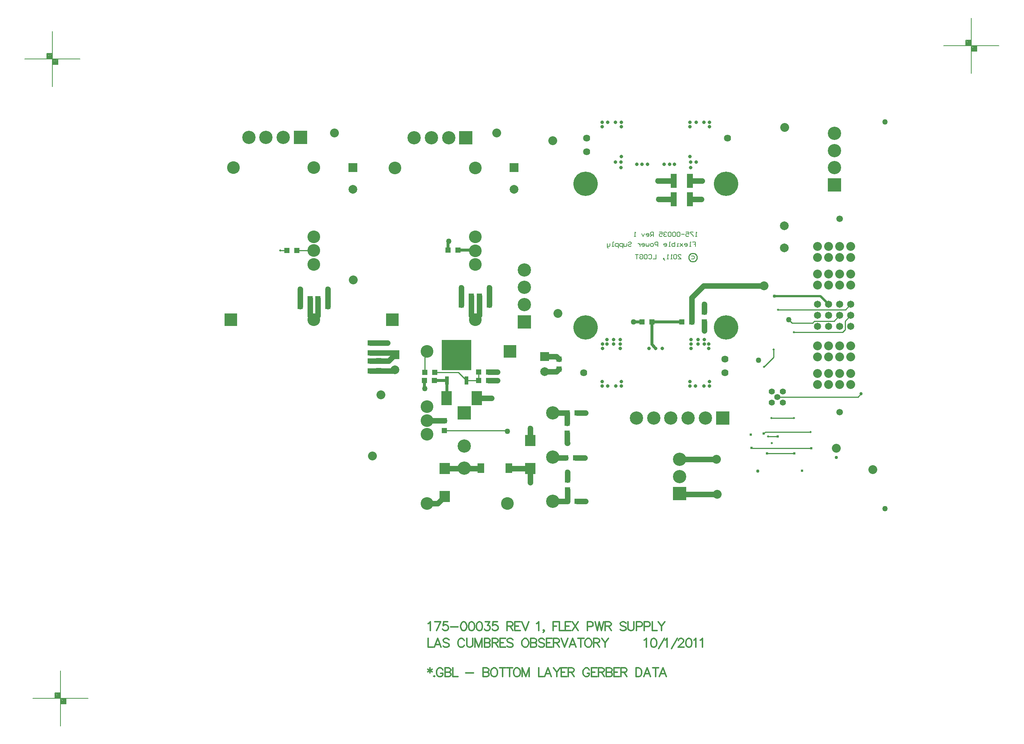
<source format=gbl>
%FSLAX23Y23*%
%MOIN*%
G70*
G01*
G75*
G04 Layer_Physical_Order=5*
G04 Layer_Color=16711680*
%ADD10O,0.024X0.079*%
%ADD11R,0.036X0.036*%
%ADD12O,0.014X0.067*%
%ADD13R,0.059X0.039*%
%ADD14R,0.050X0.050*%
%ADD15C,0.010*%
%ADD16C,0.020*%
%ADD17C,0.012*%
%ADD18C,0.008*%
%ADD19C,0.012*%
%ADD20C,0.012*%
%ADD21C,0.032*%
%ADD22C,0.233*%
%ADD23C,0.220*%
%ADD24C,0.064*%
%ADD25C,0.020*%
%ADD26C,0.115*%
%ADD27R,0.115X0.115*%
%ADD28C,0.079*%
%ADD29C,0.080*%
%ADD30C,0.065*%
%ADD31C,0.059*%
%ADD32C,0.055*%
%ADD33R,0.120X0.120*%
%ADD34C,0.120*%
%ADD35R,0.120X0.120*%
%ADD36R,0.079X0.079*%
%ADD37C,0.050*%
%ADD38C,0.024*%
%ADD39C,0.030*%
%ADD40C,0.040*%
%ADD41C,0.072*%
%ADD42C,0.056*%
%ADD43C,0.206*%
%ADD44C,0.104*%
%ADD45C,0.118*%
G04:AMPARAMS|DCode=46|XSize=138mil|YSize=138mil|CornerRadius=0mil|HoleSize=0mil|Usage=FLASHONLY|Rotation=0.000|XOffset=0mil|YOffset=0mil|HoleType=Round|Shape=Relief|Width=10mil|Gap=10mil|Entries=4|*
%AMTHD46*
7,0,0,0.138,0.118,0.010,45*
%
%ADD46THD46*%
G04:AMPARAMS|DCode=47|XSize=107.244mil|YSize=107.244mil|CornerRadius=0mil|HoleSize=0mil|Usage=FLASHONLY|Rotation=0.000|XOffset=0mil|YOffset=0mil|HoleType=Round|Shape=Relief|Width=10mil|Gap=10mil|Entries=4|*
%AMTHD47*
7,0,0,0.107,0.087,0.010,45*
%
%ADD47THD47*%
G04:AMPARAMS|DCode=48|XSize=112mil|YSize=112mil|CornerRadius=0mil|HoleSize=0mil|Usage=FLASHONLY|Rotation=0.000|XOffset=0mil|YOffset=0mil|HoleType=Round|Shape=Relief|Width=10mil|Gap=10mil|Entries=4|*
%AMTHD48*
7,0,0,0.112,0.092,0.010,45*
%
%ADD48THD48*%
%ADD49C,0.092*%
%ADD50C,0.190*%
%ADD51C,0.073*%
%ADD52C,0.110*%
%ADD53C,0.087*%
G04:AMPARAMS|DCode=54|XSize=130mil|YSize=130mil|CornerRadius=0mil|HoleSize=0mil|Usage=FLASHONLY|Rotation=0.000|XOffset=0mil|YOffset=0mil|HoleType=Round|Shape=Relief|Width=10mil|Gap=10mil|Entries=4|*
%AMTHD54*
7,0,0,0.130,0.110,0.010,45*
%
%ADD54THD54*%
%ADD55C,0.150*%
%ADD56C,0.068*%
G04:AMPARAMS|DCode=57|XSize=88mil|YSize=88mil|CornerRadius=0mil|HoleSize=0mil|Usage=FLASHONLY|Rotation=0.000|XOffset=0mil|YOffset=0mil|HoleType=Round|Shape=Relief|Width=10mil|Gap=10mil|Entries=4|*
%AMTHD57*
7,0,0,0.088,0.068,0.010,45*
%
%ADD57THD57*%
%ADD58C,0.055*%
G04:AMPARAMS|DCode=59|XSize=100mil|YSize=100mil|CornerRadius=0mil|HoleSize=0mil|Usage=FLASHONLY|Rotation=0.000|XOffset=0mil|YOffset=0mil|HoleType=Round|Shape=Relief|Width=10mil|Gap=10mil|Entries=4|*
%AMTHD59*
7,0,0,0.100,0.080,0.010,45*
%
%ADD59THD59*%
G04:AMPARAMS|DCode=60|XSize=93.465mil|YSize=93.465mil|CornerRadius=0mil|HoleSize=0mil|Usage=FLASHONLY|Rotation=0.000|XOffset=0mil|YOffset=0mil|HoleType=Round|Shape=Relief|Width=10mil|Gap=10mil|Entries=4|*
%AMTHD60*
7,0,0,0.093,0.073,0.010,45*
%
%ADD60THD60*%
G04:AMPARAMS|DCode=61|XSize=70mil|YSize=70mil|CornerRadius=0mil|HoleSize=0mil|Usage=FLASHONLY|Rotation=0.000|XOffset=0mil|YOffset=0mil|HoleType=Round|Shape=Relief|Width=10mil|Gap=10mil|Entries=4|*
%AMTHD61*
7,0,0,0.070,0.050,0.010,45*
%
%ADD61THD61*%
G04:AMPARAMS|DCode=62|XSize=75mil|YSize=75mil|CornerRadius=0mil|HoleSize=0mil|Usage=FLASHONLY|Rotation=0.000|XOffset=0mil|YOffset=0mil|HoleType=Round|Shape=Relief|Width=10mil|Gap=10mil|Entries=4|*
%AMTHD62*
7,0,0,0.075,0.055,0.010,45*
%
%ADD62THD62*%
%ADD63R,0.037X0.075*%
%ADD64R,0.268X0.272*%
%ADD65R,0.094X0.102*%
%ADD66R,0.050X0.050*%
%ADD67R,0.094X0.130*%
%ADD68R,0.059X0.087*%
%ADD69R,0.055X0.130*%
%ADD70C,0.050*%
%ADD71C,0.025*%
%ADD72C,0.007*%
D14*
X49219Y32791D02*
D03*
Y32881D02*
D03*
X48624Y33496D02*
D03*
Y33586D02*
D03*
X48549Y33496D02*
D03*
Y33586D02*
D03*
Y33423D02*
D03*
Y33333D02*
D03*
X48624Y33424D02*
D03*
Y33334D02*
D03*
X50254Y33439D02*
D03*
Y33349D02*
D03*
X51569Y33776D02*
D03*
Y33866D02*
D03*
X50331Y32254D02*
D03*
Y32344D02*
D03*
X50329Y32770D02*
D03*
Y32860D02*
D03*
D15*
X51502Y34360D02*
X51501Y34369D01*
X51497Y34378D01*
X51491Y34386D01*
X51484Y34392D01*
X51475Y34396D01*
X51465Y34397D01*
X51455Y34396D01*
X51446Y34392D01*
X51438Y34386D01*
X51432Y34378D01*
X51428Y34369D01*
X51427Y34360D01*
X51428Y34350D01*
X51432Y34341D01*
X51438Y34333D01*
X51446Y34327D01*
X51455Y34323D01*
X51465Y34322D01*
X51475Y34323D01*
X51484Y34327D01*
X51491Y34333D01*
X51497Y34341D01*
X51501Y34350D01*
X51502Y34360D01*
X49782Y32791D02*
X49787Y32786D01*
X49219Y32791D02*
X49782D01*
X49624Y34085D02*
X49625Y34086D01*
X49529Y33245D02*
Y33321D01*
X49419Y33245D02*
X49529D01*
X49346Y33318D02*
X49419Y33245D01*
X49131Y33318D02*
X49346D01*
X49041Y33487D02*
X49062Y33508D01*
X49041Y33318D02*
Y33487D01*
X47734Y34421D02*
X47735Y34422D01*
X47796D01*
X47886D02*
X48038D01*
X52176Y32905D02*
X52177Y32906D01*
X52378D01*
Y33681D02*
X52817D01*
X52841Y33705D01*
Y33783D01*
X52893Y33835D01*
X52845Y33887D02*
X52893Y33935D01*
X52235Y33887D02*
X52845D01*
X52196Y33457D02*
Y33527D01*
X52107Y33368D02*
X52196Y33457D01*
X52231Y32740D02*
X52233Y32738D01*
X52146Y32740D02*
X52231D01*
X51997Y32632D02*
X52534D01*
X52136Y32584D02*
X52381D01*
X51995Y32634D02*
X51997Y32632D01*
X52135Y32585D02*
X52136Y32584D01*
X52228Y33097D02*
X52958D01*
X52986Y33126D01*
X52333Y33795D02*
X52362Y33766D01*
X52547D01*
X52563Y33782D01*
X52740D01*
X52793Y33835D01*
X52121Y32780D02*
X52529D01*
X52105Y32764D02*
X52121Y32780D01*
D16*
X52617Y34010D02*
X52693Y33935D01*
X52200Y34010D02*
X52617D01*
D17*
X49088Y30644D02*
Y30598D01*
X49069Y30633D02*
X49107Y30610D01*
Y30633D02*
X49069Y30610D01*
X49127Y30572D02*
X49123Y30568D01*
X49127Y30564D01*
X49131Y30568D01*
X49127Y30572D01*
X49205Y30625D02*
X49201Y30633D01*
X49194Y30640D01*
X49186Y30644D01*
X49171D01*
X49163Y30640D01*
X49156Y30633D01*
X49152Y30625D01*
X49148Y30614D01*
Y30594D01*
X49152Y30583D01*
X49156Y30575D01*
X49163Y30568D01*
X49171Y30564D01*
X49186D01*
X49194Y30568D01*
X49201Y30575D01*
X49205Y30583D01*
Y30594D01*
X49186D02*
X49205D01*
X49224Y30644D02*
Y30564D01*
Y30644D02*
X49258D01*
X49269Y30640D01*
X49273Y30636D01*
X49277Y30629D01*
Y30621D01*
X49273Y30614D01*
X49269Y30610D01*
X49258Y30606D01*
X49224D02*
X49258D01*
X49269Y30602D01*
X49273Y30598D01*
X49277Y30591D01*
Y30579D01*
X49273Y30572D01*
X49269Y30568D01*
X49258Y30564D01*
X49224D01*
X49295Y30644D02*
Y30564D01*
X49340D01*
X49412Y30598D02*
X49481D01*
X49567Y30644D02*
Y30564D01*
Y30644D02*
X49601D01*
X49613Y30640D01*
X49617Y30636D01*
X49620Y30629D01*
Y30621D01*
X49617Y30614D01*
X49613Y30610D01*
X49601Y30606D01*
X49567D02*
X49601D01*
X49613Y30602D01*
X49617Y30598D01*
X49620Y30591D01*
Y30579D01*
X49617Y30572D01*
X49613Y30568D01*
X49601Y30564D01*
X49567D01*
X49661Y30644D02*
X49654Y30640D01*
X49646Y30633D01*
X49642Y30625D01*
X49638Y30614D01*
Y30594D01*
X49642Y30583D01*
X49646Y30575D01*
X49654Y30568D01*
X49661Y30564D01*
X49676D01*
X49684Y30568D01*
X49692Y30575D01*
X49695Y30583D01*
X49699Y30594D01*
Y30614D01*
X49695Y30625D01*
X49692Y30633D01*
X49684Y30640D01*
X49676Y30644D01*
X49661D01*
X49745D02*
Y30564D01*
X49718Y30644D02*
X49771D01*
X49807D02*
Y30564D01*
X49781Y30644D02*
X49834D01*
X49866D02*
X49859Y30640D01*
X49851Y30633D01*
X49847Y30625D01*
X49844Y30614D01*
Y30594D01*
X49847Y30583D01*
X49851Y30575D01*
X49859Y30568D01*
X49866Y30564D01*
X49882D01*
X49889Y30568D01*
X49897Y30575D01*
X49901Y30583D01*
X49905Y30594D01*
Y30614D01*
X49901Y30625D01*
X49897Y30633D01*
X49889Y30640D01*
X49882Y30644D01*
X49866D01*
X49923D02*
Y30564D01*
Y30644D02*
X49954Y30564D01*
X49984Y30644D02*
X49954Y30564D01*
X49984Y30644D02*
Y30564D01*
X50070Y30644D02*
Y30564D01*
X50116D01*
X50185D02*
X50155Y30644D01*
X50124Y30564D01*
X50136Y30591D02*
X50174D01*
X50204Y30644D02*
X50234Y30606D01*
Y30564D01*
X50265Y30644D02*
X50234Y30606D01*
X50325Y30644D02*
X50275D01*
Y30564D01*
X50325D01*
X50275Y30606D02*
X50306D01*
X50338Y30644D02*
Y30564D01*
Y30644D02*
X50372D01*
X50384Y30640D01*
X50388Y30636D01*
X50391Y30629D01*
Y30621D01*
X50388Y30614D01*
X50384Y30610D01*
X50372Y30606D01*
X50338D01*
X50365D02*
X50391Y30564D01*
X50529Y30625D02*
X50525Y30633D01*
X50518Y30640D01*
X50510Y30644D01*
X50495D01*
X50487Y30640D01*
X50480Y30633D01*
X50476Y30625D01*
X50472Y30614D01*
Y30594D01*
X50476Y30583D01*
X50480Y30575D01*
X50487Y30568D01*
X50495Y30564D01*
X50510D01*
X50518Y30568D01*
X50525Y30575D01*
X50529Y30583D01*
Y30594D01*
X50510D02*
X50529D01*
X50597Y30644D02*
X50547D01*
Y30564D01*
X50597D01*
X50547Y30606D02*
X50578D01*
X50610Y30644D02*
Y30564D01*
Y30644D02*
X50645D01*
X50656Y30640D01*
X50660Y30636D01*
X50664Y30629D01*
Y30621D01*
X50660Y30614D01*
X50656Y30610D01*
X50645Y30606D01*
X50610D01*
X50637D02*
X50664Y30564D01*
X50682Y30644D02*
Y30564D01*
Y30644D02*
X50716D01*
X50727Y30640D01*
X50731Y30636D01*
X50735Y30629D01*
Y30621D01*
X50731Y30614D01*
X50727Y30610D01*
X50716Y30606D01*
X50682D02*
X50716D01*
X50727Y30602D01*
X50731Y30598D01*
X50735Y30591D01*
Y30579D01*
X50731Y30572D01*
X50727Y30568D01*
X50716Y30564D01*
X50682D01*
X50802Y30644D02*
X50753D01*
Y30564D01*
X50802D01*
X50753Y30606D02*
X50783D01*
X50816Y30644D02*
Y30564D01*
Y30644D02*
X50850D01*
X50861Y30640D01*
X50865Y30636D01*
X50869Y30629D01*
Y30621D01*
X50865Y30614D01*
X50861Y30610D01*
X50850Y30606D01*
X50816D01*
X50842D02*
X50869Y30564D01*
X50950Y30644D02*
Y30564D01*
Y30644D02*
X50976D01*
X50988Y30640D01*
X50995Y30633D01*
X50999Y30625D01*
X51003Y30614D01*
Y30594D01*
X50999Y30583D01*
X50995Y30575D01*
X50988Y30568D01*
X50976Y30564D01*
X50950D01*
X51082D02*
X51051Y30644D01*
X51021Y30564D01*
X51032Y30591D02*
X51070D01*
X51127Y30644D02*
Y30564D01*
X51100Y30644D02*
X51154D01*
X51224Y30564D02*
X51194Y30644D01*
X51163Y30564D01*
X51175Y30591D02*
X51213D01*
D18*
X45497Y30370D02*
X45997D01*
X45747Y30120D02*
Y30620D01*
X45697Y30370D02*
Y30420D01*
X45747D01*
X45797Y30320D02*
Y30370D01*
X45747Y30320D02*
X45797D01*
X45752Y30365D02*
X45792D01*
Y30325D02*
Y30365D01*
X45752Y30325D02*
X45792D01*
X45752D02*
Y30365D01*
X45757Y30360D02*
X45787D01*
Y30330D02*
Y30360D01*
X45757Y30330D02*
X45787D01*
X45757D02*
Y30355D01*
X45762D02*
X45782D01*
Y30335D02*
Y30355D01*
X45762Y30335D02*
X45782D01*
X45762D02*
Y30350D01*
X45767D02*
X45777D01*
Y30340D02*
Y30350D01*
X45767Y30340D02*
X45777D01*
X45767D02*
Y30350D01*
Y30345D02*
X45777D01*
X45702Y30415D02*
X45742D01*
Y30375D02*
Y30415D01*
X45702Y30375D02*
X45742D01*
X45702D02*
Y30415D01*
X45707Y30410D02*
X45737D01*
Y30380D02*
Y30410D01*
X45707Y30380D02*
X45737D01*
X45707D02*
Y30405D01*
X45712D02*
X45732D01*
Y30385D02*
Y30405D01*
X45712Y30385D02*
X45732D01*
X45712D02*
Y30400D01*
X45717D02*
X45727D01*
Y30390D02*
Y30400D01*
X45717Y30390D02*
X45727D01*
X45717D02*
Y30400D01*
Y30395D02*
X45727D01*
X45426Y36157D02*
X45926D01*
X45676Y35907D02*
Y36407D01*
X45626Y36157D02*
Y36207D01*
X45676D01*
X45726Y36107D02*
Y36157D01*
X45676Y36107D02*
X45726D01*
X45681Y36152D02*
X45721D01*
Y36112D02*
Y36152D01*
X45681Y36112D02*
X45721D01*
X45681D02*
Y36152D01*
X45686Y36147D02*
X45716D01*
Y36117D02*
Y36147D01*
X45686Y36117D02*
X45716D01*
X45686D02*
Y36142D01*
X45691D02*
X45711D01*
Y36122D02*
Y36142D01*
X45691Y36122D02*
X45711D01*
X45691D02*
Y36137D01*
X45696D02*
X45706D01*
Y36127D02*
Y36137D01*
X45696Y36127D02*
X45706D01*
X45696D02*
Y36137D01*
Y36132D02*
X45706D01*
X45631Y36202D02*
X45671D01*
Y36162D02*
Y36202D01*
X45631Y36162D02*
X45671D01*
X45631D02*
Y36202D01*
X45636Y36197D02*
X45666D01*
Y36167D02*
Y36197D01*
X45636Y36167D02*
X45666D01*
X45636D02*
Y36192D01*
X45641D02*
X45661D01*
Y36172D02*
Y36192D01*
X45641Y36172D02*
X45661D01*
X45641D02*
Y36187D01*
X45646D02*
X45656D01*
Y36177D02*
Y36187D01*
X45646Y36177D02*
X45656D01*
X45646D02*
Y36187D01*
Y36182D02*
X45656D01*
X53733Y36275D02*
X54233D01*
X53983Y36025D02*
Y36525D01*
X53933Y36275D02*
Y36325D01*
X53983D01*
X54033Y36225D02*
Y36275D01*
X53983Y36225D02*
X54033D01*
X53988Y36270D02*
X54028D01*
Y36230D02*
Y36270D01*
X53988Y36230D02*
X54028D01*
X53988D02*
Y36270D01*
X53993Y36265D02*
X54023D01*
Y36235D02*
Y36265D01*
X53993Y36235D02*
X54023D01*
X53993D02*
Y36260D01*
X53998D02*
X54018D01*
Y36240D02*
Y36260D01*
X53998Y36240D02*
X54018D01*
X53998D02*
Y36255D01*
X54003D02*
X54013D01*
Y36245D02*
Y36255D01*
X54003Y36245D02*
X54013D01*
X54003D02*
Y36255D01*
Y36250D02*
X54013D01*
X53938Y36320D02*
X53978D01*
Y36280D02*
Y36320D01*
X53938Y36280D02*
X53978D01*
X53938D02*
Y36320D01*
X53943Y36315D02*
X53973D01*
Y36285D02*
Y36315D01*
X53943Y36285D02*
X53973D01*
X53943D02*
Y36310D01*
X53948D02*
X53968D01*
Y36290D02*
Y36310D01*
X53948Y36290D02*
X53968D01*
X53948D02*
Y36305D01*
X53953D02*
X53963D01*
Y36295D02*
Y36305D01*
X53953Y36295D02*
X53963D01*
X53953D02*
Y36305D01*
Y36300D02*
X53963D01*
D19*
X49073Y31045D02*
X49081Y31049D01*
X49092Y31061D01*
Y30981D01*
X49185Y31061D02*
X49147Y30981D01*
X49132Y31061D02*
X49185D01*
X49249D02*
X49211D01*
X49207Y31026D01*
X49211Y31030D01*
X49222Y31034D01*
X49233D01*
X49245Y31030D01*
X49252Y31022D01*
X49256Y31011D01*
Y31003D01*
X49252Y30992D01*
X49245Y30984D01*
X49233Y30981D01*
X49222D01*
X49211Y30984D01*
X49207Y30988D01*
X49203Y30996D01*
X49274Y31015D02*
X49343D01*
X49389Y31061D02*
X49378Y31057D01*
X49370Y31045D01*
X49366Y31026D01*
Y31015D01*
X49370Y30996D01*
X49378Y30984D01*
X49389Y30981D01*
X49397D01*
X49408Y30984D01*
X49416Y30996D01*
X49420Y31015D01*
Y31026D01*
X49416Y31045D01*
X49408Y31057D01*
X49397Y31061D01*
X49389D01*
X49460D02*
X49449Y31057D01*
X49441Y31045D01*
X49438Y31026D01*
Y31015D01*
X49441Y30996D01*
X49449Y30984D01*
X49460Y30981D01*
X49468D01*
X49479Y30984D01*
X49487Y30996D01*
X49491Y31015D01*
Y31026D01*
X49487Y31045D01*
X49479Y31057D01*
X49468Y31061D01*
X49460D01*
X49532D02*
X49520Y31057D01*
X49513Y31045D01*
X49509Y31026D01*
Y31015D01*
X49513Y30996D01*
X49520Y30984D01*
X49532Y30981D01*
X49539D01*
X49551Y30984D01*
X49558Y30996D01*
X49562Y31015D01*
Y31026D01*
X49558Y31045D01*
X49551Y31057D01*
X49539Y31061D01*
X49532D01*
X49588D02*
X49629D01*
X49607Y31030D01*
X49618D01*
X49626Y31026D01*
X49629Y31022D01*
X49633Y31011D01*
Y31003D01*
X49629Y30992D01*
X49622Y30984D01*
X49610Y30981D01*
X49599D01*
X49588Y30984D01*
X49584Y30988D01*
X49580Y30996D01*
X49697Y31061D02*
X49659D01*
X49655Y31026D01*
X49659Y31030D01*
X49670Y31034D01*
X49682D01*
X49693Y31030D01*
X49701Y31022D01*
X49705Y31011D01*
Y31003D01*
X49701Y30992D01*
X49693Y30984D01*
X49682Y30981D01*
X49670D01*
X49659Y30984D01*
X49655Y30988D01*
X49651Y30996D01*
X49785Y31061D02*
Y30981D01*
Y31061D02*
X49820D01*
X49831Y31057D01*
X49835Y31053D01*
X49839Y31045D01*
Y31038D01*
X49835Y31030D01*
X49831Y31026D01*
X49820Y31022D01*
X49785D01*
X49812D02*
X49839Y30981D01*
X49906Y31061D02*
X49856D01*
Y30981D01*
X49906D01*
X49856Y31022D02*
X49887D01*
X49919Y31061D02*
X49950Y30981D01*
X49980Y31061D02*
X49950Y30981D01*
X50053Y31045D02*
X50061Y31049D01*
X50072Y31061D01*
Y30981D01*
X50120Y30984D02*
X50116Y30981D01*
X50112Y30984D01*
X50116Y30988D01*
X50120Y30984D01*
Y30977D01*
X50116Y30969D01*
X50112Y30965D01*
X50200Y31061D02*
Y30981D01*
Y31061D02*
X50250D01*
X50200Y31022D02*
X50230D01*
X50259Y31061D02*
Y30981D01*
X50304D01*
X50363Y31061D02*
X50313D01*
Y30981D01*
X50363D01*
X50313Y31022D02*
X50344D01*
X50376Y31061D02*
X50429Y30981D01*
Y31061D02*
X50376Y30981D01*
X50510Y31019D02*
X50544D01*
X50556Y31022D01*
X50560Y31026D01*
X50563Y31034D01*
Y31045D01*
X50560Y31053D01*
X50556Y31057D01*
X50544Y31061D01*
X50510D01*
Y30981D01*
X50581Y31061D02*
X50600Y30981D01*
X50619Y31061D02*
X50600Y30981D01*
X50619Y31061D02*
X50638Y30981D01*
X50657Y31061D02*
X50638Y30981D01*
X50673Y31061D02*
Y30981D01*
Y31061D02*
X50708D01*
X50719Y31057D01*
X50723Y31053D01*
X50727Y31045D01*
Y31038D01*
X50723Y31030D01*
X50719Y31026D01*
X50708Y31022D01*
X50673D01*
X50700D02*
X50727Y30981D01*
X50861Y31049D02*
X50853Y31057D01*
X50842Y31061D01*
X50827D01*
X50815Y31057D01*
X50808Y31049D01*
Y31042D01*
X50811Y31034D01*
X50815Y31030D01*
X50823Y31026D01*
X50846Y31019D01*
X50853Y31015D01*
X50857Y31011D01*
X50861Y31003D01*
Y30992D01*
X50853Y30984D01*
X50842Y30981D01*
X50827D01*
X50815Y30984D01*
X50808Y30992D01*
X50879Y31061D02*
Y31003D01*
X50883Y30992D01*
X50890Y30984D01*
X50902Y30981D01*
X50909D01*
X50921Y30984D01*
X50928Y30992D01*
X50932Y31003D01*
Y31061D01*
X50954Y31019D02*
X50988D01*
X51000Y31022D01*
X51004Y31026D01*
X51007Y31034D01*
Y31045D01*
X51004Y31053D01*
X51000Y31057D01*
X50988Y31061D01*
X50954D01*
Y30981D01*
X51025Y31019D02*
X51060D01*
X51071Y31022D01*
X51075Y31026D01*
X51079Y31034D01*
Y31045D01*
X51075Y31053D01*
X51071Y31057D01*
X51060Y31061D01*
X51025D01*
Y30981D01*
X51097Y31061D02*
Y30981D01*
X51142D01*
X51151Y31061D02*
X51182Y31022D01*
Y30981D01*
X51212Y31061D02*
X51182Y31022D01*
D20*
X49073Y30911D02*
Y30831D01*
X49119D01*
X49188D02*
X49158Y30911D01*
X49127Y30831D01*
X49139Y30857D02*
X49177D01*
X49260Y30899D02*
X49253Y30907D01*
X49241Y30911D01*
X49226D01*
X49215Y30907D01*
X49207Y30899D01*
Y30892D01*
X49211Y30884D01*
X49215Y30880D01*
X49222Y30876D01*
X49245Y30869D01*
X49253Y30865D01*
X49257Y30861D01*
X49260Y30853D01*
Y30842D01*
X49253Y30834D01*
X49241Y30831D01*
X49226D01*
X49215Y30834D01*
X49207Y30842D01*
X49398Y30892D02*
X49394Y30899D01*
X49387Y30907D01*
X49379Y30911D01*
X49364D01*
X49356Y30907D01*
X49349Y30899D01*
X49345Y30892D01*
X49341Y30880D01*
Y30861D01*
X49345Y30850D01*
X49349Y30842D01*
X49356Y30834D01*
X49364Y30831D01*
X49379D01*
X49387Y30834D01*
X49394Y30842D01*
X49398Y30850D01*
X49421Y30911D02*
Y30853D01*
X49425Y30842D01*
X49432Y30834D01*
X49444Y30831D01*
X49451D01*
X49463Y30834D01*
X49470Y30842D01*
X49474Y30853D01*
Y30911D01*
X49496D02*
Y30831D01*
Y30911D02*
X49527Y30831D01*
X49557Y30911D02*
X49527Y30831D01*
X49557Y30911D02*
Y30831D01*
X49580Y30911D02*
Y30831D01*
Y30911D02*
X49614D01*
X49626Y30907D01*
X49629Y30903D01*
X49633Y30895D01*
Y30888D01*
X49629Y30880D01*
X49626Y30876D01*
X49614Y30872D01*
X49580D02*
X49614D01*
X49626Y30869D01*
X49629Y30865D01*
X49633Y30857D01*
Y30846D01*
X49629Y30838D01*
X49626Y30834D01*
X49614Y30831D01*
X49580D01*
X49651Y30911D02*
Y30831D01*
Y30911D02*
X49685D01*
X49697Y30907D01*
X49701Y30903D01*
X49705Y30895D01*
Y30888D01*
X49701Y30880D01*
X49697Y30876D01*
X49685Y30872D01*
X49651D01*
X49678D02*
X49705Y30831D01*
X49772Y30911D02*
X49722D01*
Y30831D01*
X49772D01*
X49722Y30872D02*
X49753D01*
X49839Y30899D02*
X49831Y30907D01*
X49820Y30911D01*
X49804D01*
X49793Y30907D01*
X49785Y30899D01*
Y30892D01*
X49789Y30884D01*
X49793Y30880D01*
X49800Y30876D01*
X49823Y30869D01*
X49831Y30865D01*
X49835Y30861D01*
X49839Y30853D01*
Y30842D01*
X49831Y30834D01*
X49820Y30831D01*
X49804D01*
X49793Y30834D01*
X49785Y30842D01*
X49942Y30911D02*
X49935Y30907D01*
X49927Y30899D01*
X49923Y30892D01*
X49919Y30880D01*
Y30861D01*
X49923Y30850D01*
X49927Y30842D01*
X49935Y30834D01*
X49942Y30831D01*
X49957D01*
X49965Y30834D01*
X49973Y30842D01*
X49976Y30850D01*
X49980Y30861D01*
Y30880D01*
X49976Y30892D01*
X49973Y30899D01*
X49965Y30907D01*
X49957Y30911D01*
X49942D01*
X49999D02*
Y30831D01*
Y30911D02*
X50033D01*
X50045Y30907D01*
X50048Y30903D01*
X50052Y30895D01*
Y30888D01*
X50048Y30880D01*
X50045Y30876D01*
X50033Y30872D01*
X49999D02*
X50033D01*
X50045Y30869D01*
X50048Y30865D01*
X50052Y30857D01*
Y30846D01*
X50048Y30838D01*
X50045Y30834D01*
X50033Y30831D01*
X49999D01*
X50123Y30899D02*
X50116Y30907D01*
X50104Y30911D01*
X50089D01*
X50078Y30907D01*
X50070Y30899D01*
Y30892D01*
X50074Y30884D01*
X50078Y30880D01*
X50085Y30876D01*
X50108Y30869D01*
X50116Y30865D01*
X50120Y30861D01*
X50123Y30853D01*
Y30842D01*
X50116Y30834D01*
X50104Y30831D01*
X50089D01*
X50078Y30834D01*
X50070Y30842D01*
X50191Y30911D02*
X50141D01*
Y30831D01*
X50191D01*
X50141Y30872D02*
X50172D01*
X50204Y30911D02*
Y30831D01*
Y30911D02*
X50238D01*
X50250Y30907D01*
X50254Y30903D01*
X50258Y30895D01*
Y30888D01*
X50254Y30880D01*
X50250Y30876D01*
X50238Y30872D01*
X50204D01*
X50231D02*
X50258Y30831D01*
X50275Y30911D02*
X50306Y30831D01*
X50336Y30911D02*
X50306Y30831D01*
X50408D02*
X50377Y30911D01*
X50347Y30831D01*
X50358Y30857D02*
X50396D01*
X50453Y30911D02*
Y30831D01*
X50426Y30911D02*
X50480D01*
X50512D02*
X50504Y30907D01*
X50497Y30899D01*
X50493Y30892D01*
X50489Y30880D01*
Y30861D01*
X50493Y30850D01*
X50497Y30842D01*
X50504Y30834D01*
X50512Y30831D01*
X50527D01*
X50535Y30834D01*
X50542Y30842D01*
X50546Y30850D01*
X50550Y30861D01*
Y30880D01*
X50546Y30892D01*
X50542Y30899D01*
X50535Y30907D01*
X50527Y30911D01*
X50512D01*
X50569D02*
Y30831D01*
Y30911D02*
X50603D01*
X50614Y30907D01*
X50618Y30903D01*
X50622Y30895D01*
Y30888D01*
X50618Y30880D01*
X50614Y30876D01*
X50603Y30872D01*
X50569D01*
X50595D02*
X50622Y30831D01*
X50640Y30911D02*
X50670Y30872D01*
Y30831D01*
X50701Y30911D02*
X50670Y30872D01*
X51025Y30895D02*
X51033Y30899D01*
X51044Y30911D01*
Y30831D01*
X51107Y30911D02*
X51095Y30907D01*
X51088Y30895D01*
X51084Y30876D01*
Y30865D01*
X51088Y30846D01*
X51095Y30834D01*
X51107Y30831D01*
X51114D01*
X51126Y30834D01*
X51134Y30846D01*
X51137Y30865D01*
Y30876D01*
X51134Y30895D01*
X51126Y30907D01*
X51114Y30911D01*
X51107D01*
X51155Y30819D02*
X51209Y30911D01*
X51214Y30895D02*
X51222Y30899D01*
X51233Y30911D01*
Y30831D01*
X51273Y30819D02*
X51326Y30911D01*
X51335Y30892D02*
Y30895D01*
X51339Y30903D01*
X51343Y30907D01*
X51350Y30911D01*
X51365D01*
X51373Y30907D01*
X51377Y30903D01*
X51381Y30895D01*
Y30888D01*
X51377Y30880D01*
X51369Y30869D01*
X51331Y30831D01*
X51385D01*
X51425Y30911D02*
X51414Y30907D01*
X51406Y30895D01*
X51402Y30876D01*
Y30865D01*
X51406Y30846D01*
X51414Y30834D01*
X51425Y30831D01*
X51433D01*
X51444Y30834D01*
X51452Y30846D01*
X51456Y30865D01*
Y30876D01*
X51452Y30895D01*
X51444Y30907D01*
X51433Y30911D01*
X51425D01*
X51474Y30895D02*
X51481Y30899D01*
X51493Y30911D01*
Y30831D01*
X51532Y30895D02*
X51540Y30899D01*
X51551Y30911D01*
Y30831D01*
D21*
X51439Y33197D02*
D03*
Y33237D02*
D03*
X51489Y33197D02*
D03*
X51614D02*
D03*
X51564D02*
D03*
X51614Y33237D02*
D03*
X51569Y33617D02*
D03*
X51512D02*
D03*
X51449D02*
D03*
Y33577D02*
D03*
Y33537D02*
D03*
X51512Y33577D02*
D03*
X51569D02*
D03*
X51609D02*
D03*
Y33537D02*
D03*
X51069D02*
D03*
X51189D02*
D03*
X51129D02*
D03*
X50649D02*
D03*
Y33577D02*
D03*
X50689D02*
D03*
X50747D02*
D03*
X50809Y33537D02*
D03*
Y33577D02*
D03*
Y33617D02*
D03*
X50747D02*
D03*
X50689D02*
D03*
X50644Y33237D02*
D03*
X50694Y33197D02*
D03*
X50644D02*
D03*
X50769D02*
D03*
X50819Y33237D02*
D03*
Y33197D02*
D03*
X51614Y35542D02*
D03*
X51564Y35582D02*
D03*
X51614D02*
D03*
X51494D02*
D03*
X51439Y35542D02*
D03*
Y35582D02*
D03*
X51494Y35222D02*
D03*
X51439Y35272D02*
D03*
X51444Y35222D02*
D03*
Y35172D02*
D03*
X51254Y35202D02*
D03*
X51299D02*
D03*
X51204D02*
D03*
X51054D02*
D03*
X50959D02*
D03*
X51004D02*
D03*
X50814Y35172D02*
D03*
Y35222D02*
D03*
X50819Y35272D02*
D03*
X50764Y35222D02*
D03*
X50819Y35582D02*
D03*
Y35542D02*
D03*
X50764Y35582D02*
D03*
X50644D02*
D03*
X50694D02*
D03*
X50644Y35542D02*
D03*
D23*
X51764Y33727D02*
D03*
Y35027D02*
D03*
X50494D02*
D03*
Y33727D02*
D03*
D24*
X51779Y35440D02*
D03*
X50504Y35315D02*
D03*
Y35440D02*
D03*
X51754Y33314D02*
D03*
Y33439D02*
D03*
X50479Y33314D02*
D03*
D25*
X49428Y33377D02*
D03*
X49369D02*
D03*
X49310D02*
D03*
X49251D02*
D03*
X49231Y33436D02*
D03*
X49290D02*
D03*
X49349D02*
D03*
X49408D02*
D03*
X49428Y33495D02*
D03*
X49369D02*
D03*
X49310D02*
D03*
X49251D02*
D03*
X49231Y33554D02*
D03*
X49290D02*
D03*
X49349D02*
D03*
X49408D02*
D03*
X47734Y34421D02*
D03*
X52176Y32905D02*
D03*
X52378Y32906D02*
D03*
Y33681D02*
D03*
X52235Y33887D02*
D03*
X52196Y33527D02*
D03*
X52107Y33368D02*
D03*
X52146Y32740D02*
D03*
X52179Y32678D02*
D03*
X52529Y32780D02*
D03*
D26*
X48772Y35170D02*
D03*
X49497D02*
D03*
Y34545D02*
D03*
Y34420D02*
D03*
Y34295D02*
D03*
Y33795D02*
D03*
X49062Y33508D02*
D03*
Y33008D02*
D03*
Y32883D02*
D03*
Y32758D02*
D03*
Y32133D02*
D03*
X49787D02*
D03*
X47313Y35172D02*
D03*
X48038D02*
D03*
Y34547D02*
D03*
Y34422D02*
D03*
Y34297D02*
D03*
Y33797D02*
D03*
D27*
X48747Y33795D02*
D03*
X49812Y33508D02*
D03*
X47288Y33797D02*
D03*
D28*
X52290Y34444D02*
D03*
Y34644D02*
D03*
X50125Y33325D02*
D03*
X49849Y34976D02*
D03*
X48772Y33342D02*
D03*
X48392Y34976D02*
D03*
D29*
X52893Y33560D02*
D03*
X52793D02*
D03*
X52693D02*
D03*
X52593D02*
D03*
Y33460D02*
D03*
X52693D02*
D03*
X52793D02*
D03*
X52893D02*
D03*
X52593Y33310D02*
D03*
X52693D02*
D03*
X52793D02*
D03*
X52893D02*
D03*
X52593Y33210D02*
D03*
X52693D02*
D03*
X52793D02*
D03*
X52893D02*
D03*
Y34110D02*
D03*
X52793D02*
D03*
X52693D02*
D03*
X52593D02*
D03*
X52893Y34210D02*
D03*
X52793D02*
D03*
X52693D02*
D03*
X52593D02*
D03*
X52893Y34360D02*
D03*
X52793D02*
D03*
X52693D02*
D03*
X52593D02*
D03*
Y34460D02*
D03*
X52693D02*
D03*
X52793D02*
D03*
X52893D02*
D03*
X48644Y33116D02*
D03*
X48569Y32561D02*
D03*
X52762Y32631D02*
D03*
X50199Y35416D02*
D03*
X48394Y34156D02*
D03*
X52294Y35536D02*
D03*
X53093Y32440D02*
D03*
X52109Y34101D02*
D03*
X48225Y35485D02*
D03*
X49691D02*
D03*
X51684Y32216D02*
D03*
X51679Y32531D02*
D03*
X50244Y33851D02*
D03*
D30*
X52593Y33935D02*
D03*
X52693D02*
D03*
X52793D02*
D03*
X52893D02*
D03*
X52593Y33835D02*
D03*
X52693D02*
D03*
X52793D02*
D03*
X52893D02*
D03*
X52593Y33735D02*
D03*
X52693D02*
D03*
X52793D02*
D03*
X52893D02*
D03*
D31*
X52793Y34710D02*
D03*
Y32960D02*
D03*
D32*
X52228Y33097D02*
D03*
X52278Y33147D02*
D03*
X52178D02*
D03*
Y33047D02*
D03*
X52278D02*
D03*
D33*
X51734Y32906D02*
D03*
X49399Y32951D02*
D03*
X47918Y35446D02*
D03*
X49413Y35441D02*
D03*
D34*
X51578Y32906D02*
D03*
X51422D02*
D03*
X51266D02*
D03*
X51110D02*
D03*
X50954D02*
D03*
X49942Y34244D02*
D03*
Y33932D02*
D03*
Y34088D02*
D03*
X51345Y32377D02*
D03*
Y32533D02*
D03*
X50199Y32951D02*
D03*
Y32551D02*
D03*
Y32151D02*
D03*
X49399Y32451D02*
D03*
Y32651D02*
D03*
X52744Y35483D02*
D03*
Y35171D02*
D03*
Y35327D02*
D03*
X47450Y35446D02*
D03*
X47762D02*
D03*
X47606D02*
D03*
X48945Y35441D02*
D03*
X49257D02*
D03*
X49101D02*
D03*
D35*
X49942Y33776D02*
D03*
X51345Y32221D02*
D03*
X52744Y35015D02*
D03*
D36*
X50125Y33463D02*
D03*
X49849Y35173D02*
D03*
X48772Y33480D02*
D03*
X48392Y35173D02*
D03*
D37*
X53203Y32085D02*
D03*
Y35585D02*
D03*
X51569Y33935D02*
D03*
X50927Y33775D02*
D03*
X49994Y32811D02*
D03*
X50494Y32951D02*
D03*
Y32151D02*
D03*
X50487Y32544D02*
D03*
X50331Y32678D02*
D03*
X50332Y32417D02*
D03*
X49994Y32322D02*
D03*
X49257Y34504D02*
D03*
X49787Y32786D02*
D03*
X49625Y34086D02*
D03*
X49371D02*
D03*
X49699Y33246D02*
D03*
Y33321D02*
D03*
X49644Y33086D02*
D03*
X49041Y33171D02*
D03*
X48704Y33586D02*
D03*
X47915Y34071D02*
D03*
X48164D02*
D03*
X51547Y35053D02*
D03*
X51542Y34886D02*
D03*
X51155D02*
D03*
X51147Y35053D02*
D03*
X51569Y33696D02*
D03*
X51454Y33876D02*
D03*
X52058Y33429D02*
D03*
X52333Y33795D02*
D03*
D38*
X52233Y32738D02*
D03*
X51989Y32756D02*
D03*
X51995Y32634D02*
D03*
X52534Y32632D02*
D03*
X52105Y32764D02*
D03*
X52451Y32430D02*
D03*
X52135Y32585D02*
D03*
X52381Y32584D02*
D03*
D39*
X52762Y32550D02*
D03*
X52986Y33126D02*
D03*
X52051Y32426D02*
D03*
X52200Y34010D02*
D03*
D63*
X49419Y33245D02*
D03*
X49240D02*
D03*
D64*
X49329Y33475D02*
D03*
D65*
X49221Y32449D02*
D03*
Y32196D02*
D03*
X49994Y32450D02*
D03*
Y32702D02*
D03*
D66*
X50316Y32544D02*
D03*
X50406D02*
D03*
X49129Y33245D02*
D03*
X49039D02*
D03*
X48164Y33916D02*
D03*
X48074D02*
D03*
X51364Y33776D02*
D03*
X51454D02*
D03*
X51094Y33775D02*
D03*
X51004D02*
D03*
X50419Y32151D02*
D03*
X50329D02*
D03*
Y32951D02*
D03*
X50419D02*
D03*
X49619Y33321D02*
D03*
X49529D02*
D03*
X47915Y33916D02*
D03*
X48005D02*
D03*
X47915Y33986D02*
D03*
X48005D02*
D03*
X48164D02*
D03*
X48074D02*
D03*
X49371Y34010D02*
D03*
X49461D02*
D03*
X49371Y33929D02*
D03*
X49461D02*
D03*
X49625Y34010D02*
D03*
X49535D02*
D03*
X49624Y33929D02*
D03*
X49534D02*
D03*
X49131Y33318D02*
D03*
X49041D02*
D03*
X49619Y33245D02*
D03*
X49529D02*
D03*
X47796Y34422D02*
D03*
X47886D02*
D03*
X49253Y34425D02*
D03*
X49343D02*
D03*
D67*
X49513Y33086D02*
D03*
X49239D02*
D03*
D68*
X49548Y32451D02*
D03*
X49800D02*
D03*
D69*
X51439Y35052D02*
D03*
X51290D02*
D03*
X51439Y34886D02*
D03*
X51290D02*
D03*
D70*
X51345Y32221D02*
X51350Y32216D01*
X51684D01*
X51345Y32533D02*
X51347Y32531D01*
X51679D01*
X49062Y32883D02*
X49063Y32881D01*
X49219D01*
X51560Y34101D02*
X52109D01*
X51454Y33996D02*
X51560Y34101D01*
X51454Y33876D02*
Y33996D01*
X51569Y33866D02*
Y33935D01*
X50125Y33325D02*
X50230D01*
X50254Y33349D01*
X50125Y33463D02*
X50230D01*
X50254Y33439D01*
X49062Y32133D02*
X49157D01*
X49221Y32196D01*
Y32449D02*
X49546D01*
X49994Y32702D02*
Y32811D01*
X50419Y32951D02*
X50494D01*
X50419Y32151D02*
X50494D01*
X50406Y32544D02*
X50487D01*
X50329Y32679D02*
X50331Y32678D01*
X50329Y32679D02*
Y32770D01*
X50199Y32551D02*
X50206Y32544D01*
X50316D01*
X50199Y32151D02*
X50329D01*
X50331Y32152D01*
Y32254D01*
Y32416D02*
X50332Y32417D01*
X50331Y32344D02*
Y32416D01*
X50329Y32860D02*
Y32951D01*
X50199D02*
X50329D01*
X49801Y32450D02*
X49994D01*
Y32322D02*
Y32450D01*
X49624Y33929D02*
Y34085D01*
X49371Y34010D02*
Y34086D01*
Y33929D02*
Y34010D01*
X49461Y33929D02*
Y34010D01*
Y33831D02*
Y33929D01*
Y33831D02*
X49497Y33795D01*
X49535Y33834D01*
Y34010D01*
X49698Y33245D02*
X49699Y33246D01*
X49619Y33245D02*
X49698D01*
X49619Y33321D02*
X49699D01*
X49513Y33086D02*
X49644D01*
X48549Y33333D02*
X48763D01*
X48772Y33342D01*
X48624Y33586D02*
X48704D01*
X48549D02*
X48624D01*
Y33496D02*
X48755D01*
X48549D02*
X48624D01*
X48549Y33423D02*
X48715D01*
X48755Y33496D02*
X48772Y33480D01*
X48715Y33423D02*
X48772Y33480D01*
X47915Y33986D02*
Y34071D01*
Y33916D02*
Y33986D01*
X48164D02*
Y34071D01*
Y33916D02*
Y33986D01*
X48005Y33916D02*
Y33986D01*
Y33829D02*
Y33916D01*
Y33829D02*
X48038Y33797D01*
X48074Y33833D01*
Y33916D01*
Y33986D01*
X51546Y35052D02*
X51547Y35053D01*
X51439Y35052D02*
X51546D01*
X51439Y34886D02*
X51542D01*
X51155D02*
X51290D01*
X51147Y35052D02*
X51290D01*
X51147D02*
Y35053D01*
X51569Y33696D02*
Y33776D01*
X51454D02*
Y33876D01*
D71*
X50927Y33775D02*
X51004D01*
X51094Y33572D02*
X51129Y33537D01*
X51094Y33572D02*
Y33775D01*
X51095Y33776D01*
X51364D01*
X49253Y34500D02*
X49257Y34504D01*
X49253Y34425D02*
Y34500D01*
X49343Y34425D02*
X49492D01*
X49039Y33172D02*
X49041Y33171D01*
X49039Y33172D02*
Y33245D01*
X49239Y33086D02*
X49240Y33086D01*
Y33245D01*
X49129D02*
X49240D01*
D72*
X51451Y34373D02*
X51471D01*
X51478Y34366D01*
Y34353D01*
X51471Y34346D01*
X51451D01*
X51331D02*
X51358D01*
X51331Y34373D01*
Y34380D01*
X51338Y34386D01*
X51351D01*
X51358Y34380D01*
X51318D02*
X51311Y34386D01*
X51298D01*
X51291Y34380D01*
Y34353D01*
X51298Y34346D01*
X51311D01*
X51318Y34353D01*
Y34380D01*
X51278Y34346D02*
X51265D01*
X51271D01*
Y34386D01*
X51278Y34380D01*
X51245Y34346D02*
X51232D01*
X51238D01*
Y34386D01*
X51245Y34380D01*
X51205Y34340D02*
X51198Y34346D01*
Y34353D01*
X51205D01*
Y34346D01*
X51198D01*
X51205Y34340D01*
X51212Y34333D01*
X51132Y34386D02*
Y34346D01*
X51105D01*
X51065Y34380D02*
X51072Y34386D01*
X51085D01*
X51092Y34380D01*
Y34353D01*
X51085Y34346D01*
X51072D01*
X51065Y34353D01*
X51032Y34386D02*
X51045D01*
X51052Y34380D01*
Y34353D01*
X51045Y34346D01*
X51032D01*
X51025Y34353D01*
Y34380D01*
X51032Y34386D01*
X50985Y34380D02*
X50992Y34386D01*
X51005D01*
X51012Y34380D01*
Y34353D01*
X51005Y34346D01*
X50992D01*
X50985Y34353D01*
Y34366D01*
X50998D01*
X50972Y34386D02*
X50945D01*
X50958D01*
Y34346D01*
X51463Y34499D02*
X51489D01*
Y34479D01*
X51476D01*
X51489D01*
Y34460D01*
X51449D02*
X51436D01*
X51443D01*
Y34499D01*
X51449D01*
X51396Y34460D02*
X51409D01*
X51416Y34466D01*
Y34479D01*
X51409Y34486D01*
X51396D01*
X51389Y34479D01*
Y34473D01*
X51416D01*
X51376Y34486D02*
X51349Y34460D01*
X51363Y34473D01*
X51349Y34486D01*
X51376Y34460D01*
X51336D02*
X51323D01*
X51329D01*
Y34486D01*
X51336D01*
X51303Y34499D02*
Y34460D01*
X51283D01*
X51276Y34466D01*
Y34473D01*
Y34479D01*
X51283Y34486D01*
X51303D01*
X51263Y34460D02*
X51249D01*
X51256D01*
Y34499D01*
X51263D01*
X51209Y34460D02*
X51223D01*
X51229Y34466D01*
Y34479D01*
X51223Y34486D01*
X51209D01*
X51203Y34479D01*
Y34473D01*
X51229D01*
X51149Y34460D02*
Y34499D01*
X51129D01*
X51123Y34493D01*
Y34479D01*
X51129Y34473D01*
X51149D01*
X51103Y34460D02*
X51089D01*
X51083Y34466D01*
Y34479D01*
X51089Y34486D01*
X51103D01*
X51109Y34479D01*
Y34466D01*
X51103Y34460D01*
X51069Y34486D02*
Y34466D01*
X51063Y34460D01*
X51056Y34466D01*
X51049Y34460D01*
X51043Y34466D01*
Y34486D01*
X51009Y34460D02*
X51023D01*
X51029Y34466D01*
Y34479D01*
X51023Y34486D01*
X51009D01*
X51003Y34479D01*
Y34473D01*
X51029D01*
X50989Y34486D02*
Y34460D01*
Y34473D01*
X50983Y34479D01*
X50976Y34486D01*
X50969D01*
X50883Y34493D02*
X50889Y34499D01*
X50903D01*
X50909Y34493D01*
Y34486D01*
X50903Y34479D01*
X50889D01*
X50883Y34473D01*
Y34466D01*
X50889Y34460D01*
X50903D01*
X50909Y34466D01*
X50869Y34486D02*
Y34466D01*
X50863Y34460D01*
X50843D01*
Y34486D01*
X50830Y34446D02*
Y34486D01*
X50810D01*
X50803Y34479D01*
Y34466D01*
X50810Y34460D01*
X50830D01*
X50790Y34446D02*
Y34486D01*
X50770D01*
X50763Y34479D01*
Y34466D01*
X50770Y34460D01*
X50790D01*
X50750D02*
X50736D01*
X50743D01*
Y34499D01*
X50750D01*
X50716Y34486D02*
Y34466D01*
X50710Y34460D01*
X50690D01*
Y34453D01*
X50696Y34446D01*
X50703D01*
X50690Y34460D02*
Y34486D01*
X51500Y34548D02*
X51487D01*
X51494D01*
Y34588D01*
X51500Y34582D01*
X51467Y34588D02*
X51440D01*
Y34582D01*
X51467Y34555D01*
Y34548D01*
X51400Y34588D02*
X51427D01*
Y34568D01*
X51414Y34575D01*
X51407D01*
X51400Y34568D01*
Y34555D01*
X51407Y34548D01*
X51420D01*
X51427Y34555D01*
X51387Y34568D02*
X51360D01*
X51347Y34582D02*
X51340Y34588D01*
X51327D01*
X51320Y34582D01*
Y34555D01*
X51327Y34548D01*
X51340D01*
X51347Y34555D01*
Y34582D01*
X51307D02*
X51300Y34588D01*
X51287D01*
X51280Y34582D01*
Y34555D01*
X51287Y34548D01*
X51300D01*
X51307Y34555D01*
Y34582D01*
X51267D02*
X51260Y34588D01*
X51247D01*
X51240Y34582D01*
Y34555D01*
X51247Y34548D01*
X51260D01*
X51267Y34555D01*
Y34582D01*
X51227D02*
X51220Y34588D01*
X51207D01*
X51200Y34582D01*
Y34575D01*
X51207Y34568D01*
X51214D01*
X51207D01*
X51200Y34562D01*
Y34555D01*
X51207Y34548D01*
X51220D01*
X51227Y34555D01*
X51160Y34588D02*
X51187D01*
Y34568D01*
X51174Y34575D01*
X51167D01*
X51160Y34568D01*
Y34555D01*
X51167Y34548D01*
X51180D01*
X51187Y34555D01*
X51107Y34548D02*
Y34588D01*
X51087D01*
X51080Y34582D01*
Y34568D01*
X51087Y34562D01*
X51107D01*
X51094D02*
X51080Y34548D01*
X51047D02*
X51060D01*
X51067Y34555D01*
Y34568D01*
X51060Y34575D01*
X51047D01*
X51040Y34568D01*
Y34562D01*
X51067D01*
X51027Y34575D02*
X51014Y34548D01*
X51000Y34575D01*
X50947Y34548D02*
X50934D01*
X50940D01*
Y34588D01*
X50947Y34582D01*
M02*

</source>
